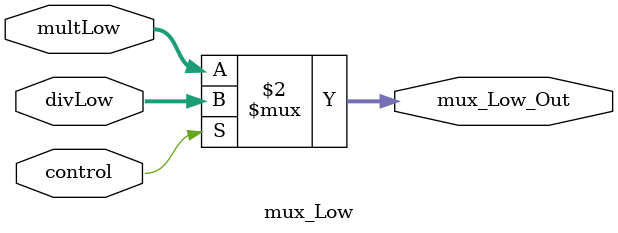
<source format=v>
module mux_Low(input wire [31:0] multLow,
               input wire [31:0] divLow,
              input wire control,
               output wire [31:0] mux_Low_Out);

  assign mux_Low_Out = (control == 1'b0) ? multLow : divLow;


endmodule
</source>
